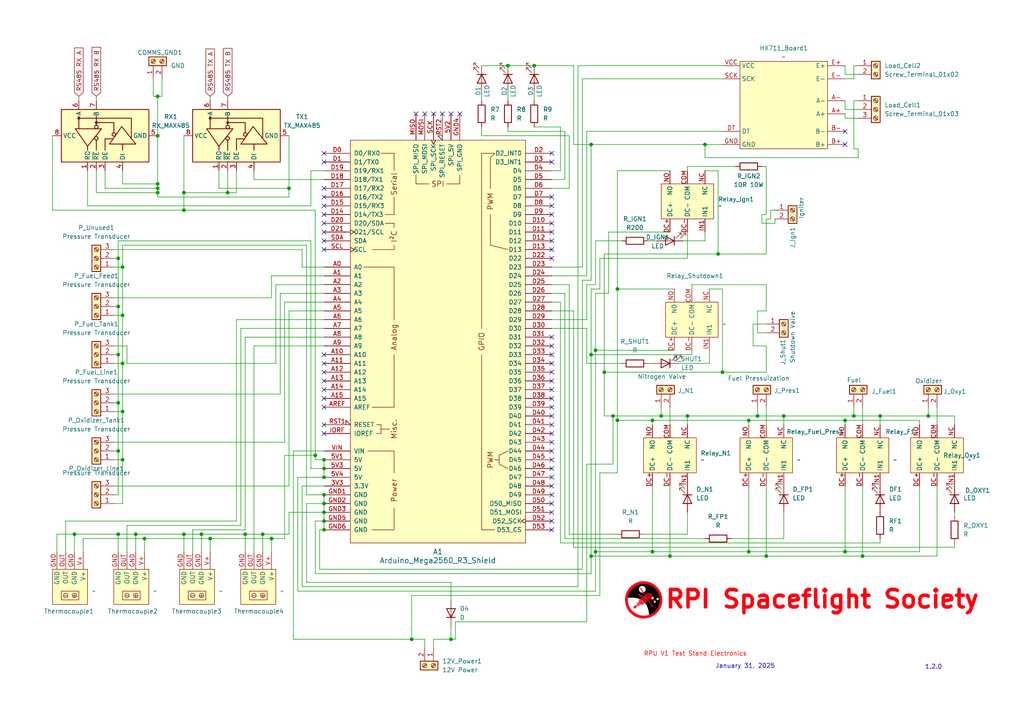
<source format=kicad_sch>
(kicad_sch (version 20231120) (generator "eeschema") (generator_version "8.0")
  (paper "A4")
  (junction (at 199.39 120.65))
  (junction (at 93.98 153.67))
  (junction (at 93.98 151.13))
  (junction (at 175.26 107.95))
  (junction (at 209.55 107.95))
  (junction (at 217.17 121.92))
  (junction (at 35.56 105.41))
  (junction (at 45.72 27.94))
  (junction (at 39.37 154.94))
  (junction (at 189.23 160.02))
  (junction (at 78.74 156.21))
  (junction (at 76.2 154.94))
  (junction (at 217.17 160.02))
  (junction (at 222.25 161.29))
  (junction (at 171.45 161.29))
  (junction (at 35.56 77.47))
  (junction (at 208.28 73.66))
  (junction (at 245.11 160.02))
  (junction (at 172.72 160.02))
  (junction (at 41.91 156.21))
  (junction (at 147.32 19.05))
  (junction (at 179.07 83.82))
  (junction (at 119.38 185.42))
  (junction (at 45.72 53.34))
  (junction (at 34.29 116.84))
  (junction (at 247.65 120.65))
  (junction (at 179.07 121.92))
  (junction (at 45.72 39.37))
  (junction (at 93.98 138.43))
  (junction (at 171.45 102.87))
  (junction (at 93.98 143.51))
  (junction (at 45.72 55.88))
  (junction (at 171.45 41.91))
  (junction (at 58.42 154.94))
  (junction (at 21.59 154.94))
  (junction (at 191.77 120.65))
  (junction (at 194.31 161.29))
  (junction (at 45.72 54.61))
  (junction (at 83.82 54.61))
  (junction (at 66.04 55.88))
  (junction (at 177.8 120.65))
  (junction (at 245.11 121.92))
  (junction (at 93.98 148.59))
  (junction (at 269.24 120.65))
  (junction (at 91.44 132.08))
  (junction (at 189.23 121.92))
  (junction (at 53.34 60.96))
  (junction (at 250.19 161.29))
  (junction (at 93.98 133.35))
  (junction (at 34.29 130.81))
  (junction (at 34.29 154.94))
  (junction (at 204.47 41.91))
  (junction (at 34.29 74.93))
  (junction (at 60.96 156.21))
  (junction (at 255.27 120.65))
  (junction (at 35.56 133.35))
  (junction (at 219.71 120.65))
  (junction (at 35.56 119.38))
  (junction (at 53.34 55.88))
  (junction (at 93.98 135.89))
  (junction (at 130.81 185.42))
  (junction (at 154.94 19.05))
  (junction (at 34.29 102.87))
  (junction (at 227.33 120.65))
  (junction (at 53.34 154.94))
  (junction (at 71.12 154.94))
  (junction (at 93.98 146.05))
  (junction (at 34.29 88.9))
  (junction (at 35.56 91.44))
  (junction (at 172.72 101.6))
  (no_connect (at 93.98 125.73))
  (no_connect (at 160.02 146.05))
  (no_connect (at 160.02 120.65))
  (no_connect (at 160.02 59.69))
  (no_connect (at 133.35 33.02))
  (no_connect (at 160.02 128.27))
  (no_connect (at 160.02 118.11))
  (no_connect (at 160.02 67.31))
  (no_connect (at 93.98 64.77))
  (no_connect (at 160.02 100.33))
  (no_connect (at 93.98 72.39))
  (no_connect (at 93.98 69.85))
  (no_connect (at 93.98 67.31))
  (no_connect (at 160.02 133.35))
  (no_connect (at 160.02 44.45))
  (no_connect (at 160.02 130.81))
  (no_connect (at 125.73 33.02))
  (no_connect (at 93.98 57.15))
  (no_connect (at 93.98 102.87))
  (no_connect (at 160.02 148.59))
  (no_connect (at 245.11 38.1))
  (no_connect (at 160.02 140.97))
  (no_connect (at 123.19 33.02))
  (no_connect (at 160.02 62.23))
  (no_connect (at 93.98 59.69))
  (no_connect (at 93.98 44.45))
  (no_connect (at 93.98 46.99))
  (no_connect (at 160.02 135.89))
  (no_connect (at 160.02 115.57))
  (no_connect (at 160.02 138.43))
  (no_connect (at 160.02 151.13))
  (no_connect (at 93.98 110.49))
  (no_connect (at 160.02 57.15))
  (no_connect (at 160.02 125.73))
  (no_connect (at 93.98 115.57))
  (no_connect (at 160.02 97.79))
  (no_connect (at 160.02 46.99))
  (no_connect (at 160.02 153.67))
  (no_connect (at 128.27 33.02))
  (no_connect (at 130.81 33.02))
  (no_connect (at 160.02 74.93))
  (no_connect (at 93.98 118.11))
  (no_connect (at 93.98 113.03))
  (no_connect (at 93.98 54.61))
  (no_connect (at 160.02 102.87))
  (no_connect (at 160.02 113.03))
  (no_connect (at 93.98 62.23))
  (no_connect (at 160.02 69.85))
  (no_connect (at 245.11 41.91))
  (no_connect (at 120.65 33.02))
  (no_connect (at 160.02 72.39))
  (no_connect (at 160.02 107.95))
  (no_connect (at 160.02 64.77))
  (no_connect (at 160.02 123.19))
  (no_connect (at 160.02 105.41))
  (no_connect (at 93.98 105.41))
  (no_connect (at 93.98 123.19))
  (no_connect (at 160.02 143.51))
  (no_connect (at 93.98 107.95))
  (no_connect (at 160.02 110.49))
  (wire (pts (xy 171.45 83.82) (xy 173.99 83.82)))
  (wire (pts (xy 71.12 154.94) (xy 76.2 154.94)))
  (wire (pts (xy 199.39 67.31) (xy 199.39 74.93)))
  (wire (pts (xy 33.02 130.81) (xy 34.29 130.81)))
  (wire (pts (xy 88.9 168.91) (xy 88.9 146.05)))
  (wire (pts (xy 82.55 87.63) (xy 93.98 87.63)))
  (wire (pts (xy 175.26 120.65) (xy 177.8 120.65)))
  (wire (pts (xy 177.8 120.65) (xy 191.77 120.65)))
  (wire (pts (xy 222.25 140.97) (xy 222.25 161.29)))
  (wire (pts (xy 73.66 160.02) (xy 73.66 100.33)))
  (wire (pts (xy 170.18 80.01) (xy 160.02 80.01)))
  (wire (pts (xy 194.31 118.11) (xy 194.31 123.19)))
  (wire (pts (xy 46.99 22.86) (xy 46.99 27.94)))
  (wire (pts (xy 163.83 38.1) (xy 163.83 52.07)))
  (wire (pts (xy 36.83 152.4) (xy 36.83 160.02)))
  (wire (pts (xy 172.72 160.02) (xy 189.23 160.02)))
  (wire (pts (xy 33.02 128.27) (xy 82.55 128.27)))
  (wire (pts (xy 16.51 154.94) (xy 16.51 160.02)))
  (wire (pts (xy 179.07 49.53) (xy 179.07 83.82)))
  (wire (pts (xy 245.11 160.02) (xy 266.7 160.02)))
  (wire (pts (xy 53.34 154.94) (xy 53.34 160.02)))
  (wire (pts (xy 34.29 69.85) (xy 34.29 74.93)))
  (wire (pts (xy 177.8 120.65) (xy 177.8 134.62)))
  (wire (pts (xy 179.07 121.92) (xy 179.07 137.16)))
  (wire (pts (xy 223.52 60.96) (xy 224.79 60.96)))
  (wire (pts (xy 71.12 153.67) (xy 71.12 97.79)))
  (wire (pts (xy 217.17 121.92) (xy 245.11 121.92)))
  (wire (pts (xy 172.72 101.6) (xy 195.58 101.6)))
  (wire (pts (xy 88.9 71.12) (xy 35.56 71.12)))
  (wire (pts (xy 171.45 83.82) (xy 171.45 102.87)))
  (wire (pts (xy 266.7 140.97) (xy 266.7 160.02)))
  (wire (pts (xy 91.44 60.96) (xy 91.44 132.08)))
  (wire (pts (xy 199.39 148.59) (xy 199.39 154.94)))
  (wire (pts (xy 88.9 71.12) (xy 88.9 143.51)))
  (wire (pts (xy 35.56 119.38) (xy 35.56 133.35)))
  (wire (pts (xy 87.63 72.39) (xy 87.63 77.47)))
  (wire (pts (xy 130.81 168.91) (xy 130.81 173.99)))
  (wire (pts (xy 176.53 67.31) (xy 194.31 67.31)))
  (wire (pts (xy 78.74 86.36) (xy 78.74 80.01)))
  (wire (pts (xy 200.66 101.6) (xy 200.66 102.87)))
  (wire (pts (xy 189.23 121.92) (xy 189.23 123.19)))
  (wire (pts (xy 245.11 31.75) (xy 248.92 31.75)))
  (wire (pts (xy 34.29 130.81) (xy 34.29 143.51)))
  (wire (pts (xy 91.44 166.37) (xy 171.45 166.37)))
  (wire (pts (xy 93.98 135.89) (xy 93.98 138.43)))
  (wire (pts (xy 92.71 153.67) (xy 93.98 153.67)))
  (wire (pts (xy 172.72 85.09) (xy 176.53 85.09)))
  (wire (pts (xy 219.71 120.65) (xy 227.33 120.65)))
  (wire (pts (xy 222.25 118.11) (xy 222.25 123.19)))
  (wire (pts (xy 204.47 67.31) (xy 204.47 69.85)))
  (wire (pts (xy 176.53 85.09) (xy 176.53 67.31)))
  (wire (pts (xy 139.7 26.67) (xy 139.7 29.21)))
  (wire (pts (xy 91.44 132.08) (xy 91.44 133.35)))
  (wire (pts (xy 33.02 74.93) (xy 34.29 74.93)))
  (wire (pts (xy 33.02 114.3) (xy 81.28 114.3)))
  (wire (pts (xy 90.17 69.85) (xy 34.29 69.85)))
  (wire (pts (xy 33.02 86.36) (xy 78.74 86.36)))
  (wire (pts (xy 19.05 151.13) (xy 19.05 160.02)))
  (wire (pts (xy 154.94 26.67) (xy 154.94 29.21)))
  (wire (pts (xy 162.56 157.48) (xy 162.56 87.63)))
  (wire (pts (xy 162.56 87.63) (xy 160.02 87.63)))
  (wire (pts (xy 227.33 120.65) (xy 247.65 120.65)))
  (wire (pts (xy 160.02 52.07) (xy 163.83 52.07)))
  (wire (pts (xy 71.12 154.94) (xy 71.12 160.02)))
  (wire (pts (xy 245.11 121.92) (xy 245.11 123.19)))
  (wire (pts (xy 82.55 132.08) (xy 91.44 132.08)))
  (wire (pts (xy 21.59 154.94) (xy 21.59 160.02)))
  (wire (pts (xy 171.45 161.29) (xy 194.31 161.29)))
  (wire (pts (xy 191.77 120.65) (xy 199.39 120.65)))
  (wire (pts (xy 276.86 158.75) (xy 166.37 158.75)))
  (wire (pts (xy 86.36 138.43) (xy 93.98 138.43)))
  (wire (pts (xy 68.58 55.88) (xy 66.04 55.88)))
  (wire (pts (xy 147.32 38.1) (xy 163.83 38.1)))
  (wire (pts (xy 34.29 74.93) (xy 34.29 88.9)))
  (wire (pts (xy 189.23 160.02) (xy 217.17 160.02)))
  (wire (pts (xy 123.19 185.42) (xy 123.19 187.96)))
  (wire (pts (xy 76.2 154.94) (xy 83.82 154.94)))
  (wire (pts (xy 168.91 77.47) (xy 160.02 77.47)))
  (wire (pts (xy 173.99 83.82) (xy 173.99 74.93)))
  (wire (pts (xy 212.09 156.21) (xy 227.33 156.21)))
  (wire (pts (xy 154.94 19.05) (xy 166.37 19.05)))
  (wire (pts (xy 53.34 60.96) (xy 91.44 60.96)))
  (wire (pts (xy 33.02 105.41) (xy 35.56 105.41)))
  (wire (pts (xy 27.94 49.53) (xy 27.94 55.88)))
  (wire (pts (xy 189.23 140.97) (xy 189.23 160.02)))
  (wire (pts (xy 247.65 120.65) (xy 255.27 120.65)))
  (wire (pts (xy 36.83 152.4) (xy 69.85 152.4)))
  (wire (pts (xy 119.38 172.72) (xy 173.99 172.72)))
  (wire (pts (xy 222.25 62.23) (xy 220.98 62.23)))
  (wire (pts (xy 119.38 185.42) (xy 123.19 185.42)))
  (wire (pts (xy 276.86 157.48) (xy 276.86 158.75)))
  (wire (pts (xy 60.96 156.21) (xy 78.74 156.21)))
  (wire (pts (xy 170.18 105.41) (xy 170.18 95.25)))
  (wire (pts (xy 45.72 27.94) (xy 44.45 27.94)))
  (wire (pts (xy 168.91 165.1) (xy 168.91 81.28)))
  (wire (pts (xy 35.56 91.44) (xy 35.56 105.41)))
  (wire (pts (xy 247.65 118.11) (xy 247.65 120.65)))
  (wire (pts (xy 35.56 71.12) (xy 35.56 77.47)))
  (wire (pts (xy 199.39 120.65) (xy 199.39 123.19)))
  (wire (pts (xy 223.52 63.5) (xy 223.52 60.96)))
  (wire (pts (xy 34.29 102.87) (xy 34.29 116.84)))
  (wire (pts (xy 189.23 105.41) (xy 187.96 105.41)))
  (wire (pts (xy 165.1 82.55) (xy 160.02 82.55)))
  (wire (pts (xy 19.05 151.13) (xy 68.58 151.13)))
  (wire (pts (xy 130.81 185.42) (xy 125.73 185.42)))
  (wire (pts (xy 147.32 26.67) (xy 147.32 29.21)))
  (wire (pts (xy 208.28 73.66) (xy 222.25 73.66)))
  (wire (pts (xy 86.36 171.45) (xy 86.36 138.43)))
  (wire (pts (xy 171.45 81.28) (xy 171.45 41.91)))
  (wire (pts (xy 55.88 153.67) (xy 55.88 160.02)))
  (wire (pts (xy 22.86 27.94) (xy 22.86 29.21)))
  (wire (pts (xy 166.37 41.91) (xy 171.45 41.91)))
  (wire (pts (xy 204.47 41.91) (xy 209.55 41.91)))
  (wire (pts (xy 170.18 82.55) (xy 170.18 92.71)))
  (wire (pts (xy 87.63 77.47) (xy 93.98 77.47)))
  (wire (pts (xy 172.72 82.55) (xy 170.18 82.55)))
  (wire (pts (xy 119.38 185.42) (xy 119.38 172.72)))
  (wire (pts (xy 179.07 83.82) (xy 179.07 121.92)))
  (wire (pts (xy 63.5 54.61) (xy 83.82 54.61)))
  (wire (pts (xy 81.28 114.3) (xy 81.28 85.09)))
  (wire (pts (xy 16.51 154.94) (xy 21.59 154.94)))
  (wire (pts (xy 36.83 100.33) (xy 36.83 105.41)))
  (wire (pts (xy 219.71 118.11) (xy 219.71 120.65)))
  (wire (pts (xy 248.92 45.72) (xy 204.47 45.72)))
  (wire (pts (xy 204.47 45.72) (xy 204.47 41.91)))
  (wire (pts (xy 39.37 154.94) (xy 53.34 154.94)))
  (wire (pts (xy 166.37 90.17) (xy 160.02 90.17)))
  (wire (pts (xy 132.08 180.34) (xy 170.18 180.34)))
  (wire (pts (xy 85.09 185.42) (xy 85.09 130.81)))
  (wire (pts (xy 245.11 140.97) (xy 245.11 160.02)))
  (wire (pts (xy 33.02 140.97) (xy 83.82 140.97)))
  (wire (pts (xy 266.7 121.92) (xy 266.7 123.19)))
  (wire (pts (xy 200.66 82.55) (xy 200.66 83.82)))
  (wire (pts (xy 93.98 133.35) (xy 93.98 135.89)))
  (wire (pts (xy 60.96 156.21) (xy 60.96 160.02)))
  (wire (pts (xy 85.09 185.42) (xy 119.38 185.42)))
  (wire (pts (xy 45.72 53.34) (xy 45.72 54.61)))
  (wire (pts (xy 222.25 90.17) (xy 219.71 90.17)))
  (wire (pts (xy 191.77 118.11) (xy 191.77 120.65)))
  (wire (pts (xy 78.74 80.01) (xy 93.98 80.01)))
  (wire (pts (xy 87.63 170.18) (xy 87.63 140.97)))
  (wire (pts (xy 25.4 49.53) (xy 25.4 59.69)))
  (wire (pts (xy 180.34 69.85) (xy 172.72 69.85)))
  (wire (pts (xy 45.72 27.94) (xy 45.72 39.37)))
  (wire (pts (xy 222.25 63.5) (xy 223.52 63.5)))
  (wire (pts (xy 189.23 121.92) (xy 217.17 121.92)))
  (wire (pts (xy 199.39 48.26) (xy 213.36 48.26)))
  (wire (pts (xy 173.99 172.72) (xy 173.99 137.16)))
  (wire (pts (xy 208.28 49.53) (xy 208.28 73.66)))
  (wire (pts (xy 87.63 140.97) (xy 93.98 140.97)))
  (wire (pts (xy 69.85 95.25) (xy 93.98 95.25)))
  (wire (pts (xy 172.72 171.45) (xy 86.36 171.45)))
  (wire (pts (xy 88.9 146.05) (xy 93.98 146.05)))
  (wire (pts (xy 200.66 102.87) (xy 171.45 102.87)))
  (wire (pts (xy 78.74 156.21) (xy 82.55 156.21)))
  (wire (pts (xy 73.66 100.33) (xy 93.98 100.33)))
  (wire (pts (xy 93.98 143.51) (xy 93.98 146.05)))
  (wire (pts (xy 92.71 165.1) (xy 168.91 165.1)))
  (wire (pts (xy 269.24 118.11) (xy 269.24 120.65)))
  (wire (pts (xy 68.58 151.13) (xy 68.58 92.71)))
  (wire (pts (xy 172.72 69.85) (xy 172.72 82.55)))
  (wire (pts (xy 82.55 156.21) (xy 82.55 132.08)))
  (wire (pts (xy 209.55 107.95) (xy 175.26 107.95)))
  (wire (pts (xy 41.91 156.21) (xy 60.96 156.21)))
  (wire (pts (xy 66.04 27.94) (xy 66.04 29.21)))
  (wire (pts (xy 35.56 77.47) (xy 35.56 91.44)))
  (wire (pts (xy 163.83 156.21) (xy 163.83 85.09)))
  (wire (pts (xy 33.02 91.44) (xy 35.56 91.44)))
  (wire (pts (xy 162.56 36.83) (xy 162.56 49.53)))
  (wire (pts (xy 53.34 39.37) (xy 53.34 55.88)))
  (wire (pts (xy 245.11 121.92) (xy 266.7 121.92)))
  (wire (pts (xy 69.85 152.4) (xy 69.85 95.25)))
  (wire (pts (xy 80.01 82.55) (xy 93.98 82.55)))
  (wire (pts (xy 218.44 100.33) (xy 218.44 93.98)))
  (wire (pts (xy 205.74 105.41) (xy 196.85 105.41)))
  (wire (pts (xy 199.39 154.94) (xy 186.69 154.94)))
  (wire (pts (xy 90.17 49.53) (xy 90.17 59.69)))
  (wire (pts (xy 92.71 165.1) (xy 92.71 153.67)))
  (wire (pts (xy 25.4 59.69) (xy 90.17 59.69)))
  (wire (pts (xy 222.25 107.95) (xy 209.55 107.95)))
  (wire (pts (xy 227.33 120.65) (xy 227.33 123.19)))
  (wire (pts (xy 208.28 73.66) (xy 175.26 73.66)))
  (wire (pts (xy 247.65 22.86) (xy 247.65 19.05)))
  (wire (pts (xy 170.18 134.62) (xy 170.18 180.34)))
  (wire (pts (xy 219.71 96.52) (xy 222.25 96.52)))
  (wire (pts (xy 34.29 154.94) (xy 39.37 154.94)))
  (wire (pts (xy 166.37 19.05) (xy 166.37 41.91)))
  (wire (pts (xy 45.72 54.61) (xy 45.72 55.88)))
  (wire (pts (xy 190.5 69.85) (xy 187.96 69.85)))
  (wire (pts (xy 91.44 133.35) (xy 93.98 133.35)))
  (wire (pts (xy 160.02 54.61) (xy 165.1 54.61)))
  (wire (pts (xy 55.88 153.67) (xy 71.12 153.67)))
  (wire (pts (xy 45.72 55.88) (xy 45.72 57.15)))
  (wire (pts (xy 147.32 38.1) (xy 147.32 36.83)))
  (wire (pts (xy 162.56 36.83) (xy 154.94 36.83)))
  (wire (pts (xy 90.17 135.89) (xy 93.98 135.89)))
  (wire (pts (xy 63.5 49.53) (xy 63.5 54.61)))
  (wire (pts (xy 132.08 180.34) (xy 132.08 185.42)))
  (wire (pts (xy 83.82 154.94) (xy 83.82 148.59)))
  (wire (pts (xy 73.66 49.53) (xy 73.66 52.07)))
  (wire (pts (xy 45.72 39.37) (xy 45.72 53.34)))
  (wire (pts (xy 90.17 69.85) (xy 90.17 135.89)))
  (wire (pts (xy 220.98 62.23) (xy 220.98 64.77)))
  (wire (pts (xy 168.91 81.28) (xy 171.45 81.28)))
  (wire (pts (xy 15.24 60.96) (xy 53.34 60.96)))
  (wire (pts (xy 93.98 146.05) (xy 93.98 148.59)))
  (wire (pts (xy 217.17 160.02) (xy 245.11 160.02)))
  (wire (pts (xy 209.55 38.1) (xy 170.18 38.1)))
  (wire (pts (xy 30.48 49.53) (xy 30.48 54.61)))
  (wire (pts (xy 248.92 43.18) (xy 247.65 43.18)))
  (wire (pts (xy 82.55 87.63) (xy 82.55 128.27)))
  (wire (pts (xy 172.72 101.6) (xy 172.72 160.02)))
  (wire (pts (xy 217.17 121.92) (xy 217.17 123.19)))
  (wire (pts (xy 27.94 55.88) (xy 45.72 55.88)))
  (wire (pts (xy 30.48 54.61) (xy 45.72 54.61)))
  (wire (pts (xy 33.02 72.39) (xy 87.63 72.39)))
  (wire (pts (xy 41.91 156.21) (xy 41.91 160.02)))
  (wire (pts (xy 139.7 39.37) (xy 139.7 36.83)))
  (wire (pts (xy 276.86 120.65) (xy 269.24 120.65)))
  (wire (pts (xy 132.08 185.42) (xy 130.81 185.42)))
  (wire (pts (xy 165.1 154.94) (xy 165.1 82.55)))
  (wire (pts (xy 53.34 55.88) (xy 53.34 60.96)))
  (wire (pts (xy 33.02 116.84) (xy 34.29 116.84)))
  (wire (pts (xy 247.65 43.18) (xy 247.65 29.21)))
  (wire (pts (xy 88.9 168.91) (xy 130.81 168.91)))
  (wire (pts (xy 58.42 154.94) (xy 58.42 160.02)))
  (wire (pts (xy 205.74 101.6) (xy 205.74 105.41)))
  (wire (pts (xy 91.44 151.13) (xy 93.98 151.13)))
  (wire (pts (xy 179.07 83.82) (xy 195.58 83.82)))
  (wire (pts (xy 76.2 154.94) (xy 76.2 160.02)))
  (wire (pts (xy 250.19 161.29) (xy 271.78 161.29)))
  (wire (pts (xy 204.47 69.85) (xy 198.12 69.85)))
  (wire (pts (xy 33.02 102.87) (xy 34.29 102.87)))
  (wire (pts (xy 93.98 148.59) (xy 93.98 151.13)))
  (wire (pts (xy 53.34 154.94) (xy 58.42 154.94)))
  (wire (pts (xy 163.83 156.21) (xy 204.47 156.21)))
  (wire (pts (xy 208.28 49.53) (xy 204.47 49.53)))
  (wire (pts (xy 33.02 88.9) (xy 34.29 88.9)))
  (wire (pts (xy 199.39 120.65) (xy 219.71 120.65)))
  (wire (pts (xy 167.64 170.18) (xy 167.64 19.05)))
  (wire (pts (xy 33.02 119.38) (xy 35.56 119.38)))
  (wire (pts (xy 125.73 185.42) (xy 125.73 187.96)))
  (wire (pts (xy 250.19 118.11) (xy 250.19 123.19)))
  (wire (pts (xy 172.72 171.45) (xy 172.72 160.02)))
  (wire (pts (xy 87.63 170.18) (xy 167.64 170.18)))
  (wire (pts (xy 35.56 49.53) (xy 35.56 53.34)))
  (wire (pts (xy 66.04 49.53) (xy 66.04 55.88)))
  (wire (pts (xy 175.26 107.95) (xy 175.26 120.65)))
  (wire (pts (xy 83.82 90.17) (xy 93.98 90.17)))
  (wire (pts (xy 35.56 53.34) (xy 45.72 53.34)))
  (wire (pts (xy 245.11 33.02) (xy 245.11 34.29)))
  (wire (pts (xy 34.29 88.9) (xy 34.29 102.87)))
  (wire (pts (xy 222.25 48.26) (xy 222.25 62.23)))
  (wire (pts (xy 179.07 49.53) (xy 194.31 49.53)))
  (wire (pts (xy 271.78 140.97) (xy 271.78 161.29)))
  (wire (pts (xy 78.74 156.21) (xy 78.74 160.02)))
  (wire (pts (xy 35.56 105.41) (xy 35.56 119.38)))
  (wire (pts (xy 167.64 19.05) (xy 209.55 19.05)))
  (wire (pts (xy 222.25 107.95) (xy 222.25 100.33)))
  (wire (pts (xy 255.27 120.65) (xy 255.27 123.19)))
  (wire (pts (xy 90.17 49.53) (xy 93.98 49.53)))
  (wire (pts (xy 209.55 83.82) (xy 209.55 107.95)))
  (wire (pts (xy 255.27 157.48) (xy 162.56 157.48)))
  (wire (pts (xy 21.59 154.94) (xy 34.29 154.94)))
  (wire (pts (xy 139.7 19.05) (xy 147.32 19.05)))
  (wire (pts (xy 220.98 64.77) (xy 224.79 64.77)))
  (wire (pts (xy 27.94 27.94) (xy 27.94 29.21)))
  (wire (pts (xy 180.34 105.41) (xy 170.18 105.41)))
  (wire (pts (xy 80.01 105.41) (xy 80.01 82.55)))
  (wire (pts (xy 245.11 34.29) (xy 248.92 34.29)))
  (wire (pts (xy 247.65 29.21) (xy 248.92 29.21)))
  (wire (pts (xy 81.28 85.09) (xy 93.98 85.09)))
  (wire (pts (xy 179.07 154.94) (xy 165.1 154.94)))
  (wire (pts (xy 222.25 161.29) (xy 250.19 161.29)))
  (wire (pts (xy 33.02 77.47) (xy 35.56 77.47)))
  (wire (pts (xy 83.82 57.15) (xy 45.72 57.15)))
  (wire (pts (xy 160.02 49.53) (xy 162.56 49.53)))
  (wire (pts (xy 73.66 52.07) (xy 93.98 52.07)))
  (wire (pts (xy 68.58 49.53) (xy 68.58 55.88)))
  (wire (pts (xy 71.12 97.79) (xy 93.98 97.79)))
  (wire (pts (xy 219.71 90.17) (xy 219.71 96.52)))
  (wire (pts (xy 83.82 54.61) (xy 83.82 57.15)))
  (wire (pts (xy 68.58 92.71) (xy 93.98 92.71)))
  (wire (pts (xy 24.13 156.21) (xy 24.13 160.02)))
  (wire (pts (xy 39.37 154.94) (xy 39.37 160.02)))
  (wire (pts (xy 255.27 120.65) (xy 269.24 120.65)))
  (wire (pts (xy 276.86 149.86) (xy 276.86 148.59)))
  (wire (pts (xy 130.81 181.61) (xy 130.81 185.42)))
  (wire (pts (xy 218.44 93.98) (xy 222.25 93.98)))
  (wire (pts (xy 83.82 148.59) (xy 93.98 148.59)))
  (wire (pts (xy 222.25 100.33) (xy 218.44 100.33)))
  (wire (pts (xy 194.31 161.29) (xy 222.25 161.29)))
  (wire (pts (xy 222.25 82.55) (xy 222.25 90.17)))
  (wire (pts (xy 194.31 140.97) (xy 194.31 161.29)))
  (wire (pts (xy 173.99 74.93) (xy 199.39 74.93)))
  (wire (pts (xy 66.04 55.88) (xy 53.34 55.88)))
  (wire (pts (xy 147.32 19.05) (xy 154.94 19.05)))
  (wire (pts (xy 33.02 100.33) (xy 36.83 100.33)))
  (wire (pts (xy 245.11 29.21) (xy 245.11 31.75)))
  (wire (pts (xy 88.9 143.51) (xy 93.98 143.51)))
  (wire (pts (xy 224.79 64.77) (xy 224.79 63.5)))
  (wire (pts (xy 171.45 166.37) (xy 171.45 161.29)))
  (wire (pts (xy 163.83 85.09) (xy 160.02 85.09)))
  (wire (pts (xy 220.98 48.26) (xy 222.25 48.26)))
  (wire (pts (xy 34.29 143.51) (xy 33.02 143.51)))
  (wire (pts (xy 15.24 39.37) (xy 15.24 60.96)))
  (wire (pts (xy 83.82 39.37) (xy 83.82 54.61)))
  (wire (pts (xy 170.18 95.25) (xy 160.02 95.25)))
  (wire (pts (xy 276.86 123.19) (xy 276.86 120.65)))
  (wire (pts (xy 91.44 151.13) (xy 91.44 166.37)))
  (wire (pts (xy 171.45 41.91) (xy 204.47 41.91)))
  (wire (pts (xy 24.13 156.21) (xy 41.91 156.21)))
  (wire (pts (xy 245.11 22.86) (xy 247.65 22.86)))
  (wire (pts (xy 245.11 19.05) (xy 245.11 21.59)))
  (wire (pts (xy 172.72 85.09) (xy 172.72 101.6)))
  (wire (pts (xy 168.91 22.86) (xy 209.55 22.86)))
  (wire (pts (xy 271.78 118.11) (xy 271.78 123.19)))
  (wire (pts (xy 139.7 39.37) (xy 165.1 39.37)))
  (wire (pts (xy 46.99 27.94) (xy 45.72 27.94)))
  (wire (pts (xy 166.37 90.17) (xy 166.37 158.75)))
  (wire (pts (xy 209.55 83.82) (xy 205.74 83.82)))
  (wire (pts (xy 85.09 130.81) (xy 93.98 130.81)))
  (wire (pts (xy 199.39 48.26) (xy 199.39 49.53)))
  (wire (pts (xy 248.92 45.72) (xy 248.92 43.18)))
  (wire (pts (xy 44.45 27.94) (xy 44.45 22.86)))
  (wire (pts (xy 60.96 27.94) (xy 60.96 29.21)))
  (wire (pts (xy 93.98 151.13) (xy 93.98 153.67)))
  (wire (pts (xy 33.02 133.35) (xy 35.56 133.35)))
  (wire (pts (xy 34.29 116.84) (xy 34.29 130.81)))
  (wire (pts (xy 36.83 105.41) (xy 80.01 105.41)))
  (wire (pts (xy 58.42 154.94) (xy 71.12 154.94)))
  (wire (pts (xy 247.65 19.05) (xy 248.92 19.05)))
  (wire (pts (xy 175.26 73.66) (xy 175.26 107.95)))
  (wire (pts (xy 222.25 82.55) (xy 200.66 82.55)))
  (wire (pts (xy 170.18 92.71) (xy 160.02 92.71)))
  (wire (pts (xy 165.1 39.37) (xy 165.1 54.61)))
  (wire (pts (xy 179.07 121.92) (xy 189.23 121.92)))
  (wire (pts (xy 35.56 146.05) (xy 33.02 146.05)))
  (wire (pts (xy 222.25 63.5) (xy 222.25 73.66)))
  (wire (pts (xy 168.91 22.86) (xy 168.91 77.47)))
  (wire (pts (xy 83.82 140.97) (xy 83.82 90.17)))
  (wire (pts (xy 173.99 137.16) (xy 179.07 137.16)))
  (wire (pts (xy 217.17 140.97) (xy 217.17 160.02)))
  (wire (pts (xy 171.45 102.87) (xy 171.45 161.29)))
  (wire (pts (xy 35.56 133.35) (xy 35.56 146.05)))
  (wire (pts (xy 170.18 38.1) (xy 170.18 80.01)))
  (wire (pts (xy 34.29 154.94) (xy 34.29 160.02)))
  (wire (pts (xy 245.11 21.59) (xy 248.92 21.59)))
  (wire (pts (xy 227.33 148.59) (xy 227.33 156.21)))
  (wire (pts (xy 177.8 134.62) (xy 170.18 134.62)))
  (wire (pts (xy 255.27 156.21) (xy 255.27 157.48)))
  (wire (pts (xy 250.19 140.97) (xy 250.19 161.29)))
  (image (at 186.69 173.99) (scale 0.132736))
  (text "RPU V1 Test Stand Electronics" (exclude_from_sim yes) (at 201.676 189.738 0) (effects (font (size 1.27 1.27))))
  (text "RPI Spaceflight Society" (at 238.506 173.99 0) (effects (font (size 5.08 5.08) (thickness 1.016) (bold yes))))
  (text "January 31, 2025" (at 216.154 193.294 0) (effects (font (size 1.27 1.27))))
  (text "1.2.0" (at 270.764 193.548 0) (effects (font (size 1.27 1.27))))
  (global_label "RS485 TX A" (shape input) (at 60.96 27.94 90) (property "Intersheetrefs" "${INTERSHEET_REFS}" (effects (hide yes))))
  (global_label "RS485 TX B" (shape input) (at 66.04 27.94 90) (property "Intersheetrefs" "${INTERSHEET_REFS}" (effects (hide yes))))
  (global_label "RS485 RX A" (shape input) (at 22.86 27.94 90) (property "Intersheetrefs" "${INTERSHEET_REFS}" (effects (hide yes))))
  (global_label "RS485 RX B" (shape input) (at 27.94 27.94 90) (property "Intersheetrefs" "${INTERSHEET_REFS}" (effects (hide yes))))
  (symbol (lib_id "Connector:Screw_Terminal_01x02") (at 191.77 113.03 90) (unit 1)
    (property "Reference" "J_N1" (at 196.596 113.284 90) (effects (justify right)))
    (property "Value" "Nitrogen Valve" (at 184.912 109.22 90) (effects (justify right)))
    (property "Footprint" "TerminalBlock:TerminalBlock_bornier-2_P5.08mm" (effects (hide yes)))
    (property "Description" "Generic screw terminal, single row, 01x02, script generated (kicad-library-utils/schlib/autogen/connector/)" (effects (hide yes)))
  )
  (symbol (lib_id "Connector:Screw_Terminal_01x03") (at 27.94 143.51 180) (unit 1)
    (property "Reference" "P_Oxidizer_Line1" (at 27.94 135.89 0))
    (property "Value" "Pressure Transducer" (at 27.94 137.16 0))
    (property "Footprint" "TerminalBlock:TerminalBlock_bornier-3_P5.08mm" (effects (hide yes)))
    (property "Description" "Generic screw terminal, single row, 01x03, script generated (kicad-library-utils/schlib/autogen/connector/)" (effects (hide yes)))
  )
  (symbol (lib_id "5VRelay:5V_Relay") (at 271.78 132.08 0) (unit 1)
    (property "Reference" "Relay_Oxy1" (at 273.558 132.08 0) (effects (justify left)))
    (property "Value" "~" (at 280.67 133.35 0) (effects (justify left)))
    (property "Footprint" "ValveControl:Relay" (effects (hide yes)))
  )
  (symbol (lib_id "Connector:Screw_Terminal_01x03") (at 27.94 116.84 180) (unit 1)
    (property "Reference" "P_Fuel_Line1" (at 27.94 107.95 0))
    (property "Value" "Pressure Transducer" (at 27.94 110.49 0))
    (property "Footprint" "TerminalBlock:TerminalBlock_bornier-3_P5.08mm" (effects (hide yes)))
    (property "Description" "Generic screw terminal, single row, 01x03, script generated (kicad-library-utils/schlib/autogen/connector/)" (effects (hide yes)))
  )
  (symbol (lib_id "Device:R") (at 184.15 69.85 90) (unit 1)
    (property "Reference" "R_IGN1" (at 184.15 63.5 90))
    (property "Value" "R200" (at 184.15 66.04 90))
    (property "Footprint" "Resistor_THT:R_Axial_DIN0207_L6.3mm_D2.5mm_P7.62mm_Horizontal" (effects (hide yes)))
    (property "Description" "Resistor" (effects (hide yes)))
  )
  (symbol (lib_id "5VRelay:5V_Relay") (at 194.31 132.08 0) (unit 1)
    (property "Reference" "Relay_N1" (at 203.2 131.4449 0) (effects (justify left)))
    (property "Value" "~" (at 203.2 133.35 0) (effects (justify left)))
    (property "Footprint" "ValveControl:Relay" (effects (hide yes)))
  )
  (symbol (lib_id "Device:R") (at 255.27 152.4 0) (unit 1)
    (property "Reference" "RF1" (at 257.81 151.1299 0) (effects (justify left)))
    (property "Value" "R" (at 257.81 153.6699 0) (effects (justify left)))
    (property "Footprint" "Resistor_THT:R_Axial_DIN0207_L6.3mm_D2.5mm_P7.62mm_Horizontal" (effects (hide yes)))
    (property "Description" "Resistor" (effects (hide yes)))
  )
  (symbol (lib_id "Connector:Screw_Terminal_01x02") (at 44.45 17.78 90) (unit 1)
    (property "Reference" "COMMS_GND1" (at 39.878 15.24 90) (effects (justify right)))
    (property "Value" "GND" (at 49.53 19.0499 90) (effects (justify right)))
    (property "Footprint" "TerminalBlock:TerminalBlock_bornier-2_P5.08mm" (effects (hide yes)))
    (property "Description" "Generic screw terminal, single row, 01x02, script generated (kicad-library-utils/schlib/autogen/connector/)" (effects (hide yes)))
  )
  (symbol (lib_id "Connector:Screw_Terminal_01x03") (at 27.94 102.87 180) (unit 1)
    (property "Reference" "P_Fuel_Tank1" (at 27.94 93.98 0))
    (property "Value" "Pressure Transducer" (at 27.94 96.52 0))
    (property "Footprint" "TerminalBlock:TerminalBlock_bornier-3_P5.08mm" (effects (hide yes)))
    (property "Description" "Generic screw terminal, single row, 01x03, script generated (kicad-library-utils/schlib/autogen/connector/)" (effects (hide yes)))
  )
  (symbol (lib_id "Device:LED") (at 227.33 144.78 270) (unit 1)
    (property "Reference" "D_FP1" (at 229.87 141.9224 90) (effects (justify left)))
    (property "Value" "LED" (at 229.87 144.4624 90) (effects (justify left)))
    (property "Footprint" "LED_THT:LED_D5.0mm" (effects (hide yes)))
    (property "Description" "Light emitting diode" (effects (hide yes)))
  )
  (symbol (lib_id "Device:R") (at 184.15 105.41 90) (unit 1)
    (property "Reference" "R_SHUT1" (at 184.15 99.06 90))
    (property "Value" "R" (at 184.15 101.6 90))
    (property "Footprint" "Resistor_THT:R_Axial_DIN0207_L6.3mm_D2.5mm_P7.62mm_Horizontal" (effects (hide yes)))
    (property "Description" "Resistor" (effects (hide yes)))
  )
  (symbol (lib_id "Device:LED") (at 193.04 105.41 180) (unit 1)
    (property "Reference" "D_SHUT1" (at 199.39 104.14 0))
    (property "Value" "LED" (at 199.39 106.68 0))
    (property "Footprint" "LED_THT:LED_D5.0mm" (effects (hide yes)))
    (property "Description" "Light emitting diode" (effects (hide yes)))
  )
  (symbol (lib_id "Device:LED") (at 139.7 22.86 270) (unit 1)
    (property "Reference" "D1" (at 138.684 26.416 0))
    (property "Value" "LED" (at 141.224 26.416 0))
    (property "Footprint" "LED_THT:LED_D5.0mm" (effects (hide yes)))
    (property "Description" "Light emitting diode" (effects (hide yes)))
  )
  (symbol (lib_id "5VRelay:5V_Relay") (at 200.66 92.71 0) (unit 1)
    (property "Reference" "Relay_Shutdown1" (at 193.294 80.01 0) (effects (justify left)))
    (property "Value" "~" (at 209.55 93.98 0) (effects (justify left)))
    (property "Footprint" "ValveControl:Relay" (effects (hide yes)))
  )
  (symbol (lib_id "Sensors:AD8495_PCB") (at 57.15 168.91 180) (unit 1)
    (property "Reference" "Thermocouple3" (at 49.784 177.292 0) (effects (justify right)))
    (property "Value" "~" (at 63.5 171.45 0) (effects (justify right)))
    (property "Footprint" "Sensors:AD8495" (effects (hide yes)))
  )
  (symbol (lib_id "Device:LED") (at 199.39 144.78 270) (unit 1)
    (property "Reference" "D_N1" (at 201.93 141.9224 90) (effects (justify left)))
    (property "Value" "LED" (at 201.93 144.4624 90) (effects (justify left)))
    (property "Footprint" "LED_THT:LED_D5.0mm" (effects (hide yes)))
    (property "Description" "Light emitting diode" (effects (hide yes)))
  )
  (symbol (lib_id "Connector:Screw_Terminal_01x02") (at 219.71 113.03 90) (unit 1)
    (property "Reference" "J_Pres1" (at 224.536 113.284 90) (effects (justify right)))
    (property "Value" "Fuel Pressuization" (at 211.074 109.728 90) (effects (justify right)))
    (property "Footprint" "TerminalBlock:TerminalBlock_bornier-2_P5.08mm" (effects (hide yes)))
    (property "Description" "Generic screw terminal, single row, 01x02, script generated (kicad-library-utils/schlib/autogen/connector/)" (effects (hide yes)))
  )
  (symbol (lib_id "Sensors:AD8495_PCB") (at 74.93 168.91 180) (unit 1)
    (property "Reference" "Thermocouple4" (at 67.818 177.292 0) (effects (justify right)))
    (property "Value" "~" (at 81.28 171.45 0) (effects (justify right)))
    (property "Footprint" "Sensors:AD8495" (effects (hide yes)))
  )
  (symbol (lib_id "Device:LED") (at 147.32 22.86 270) (unit 1)
    (property "Reference" "D2" (at 146.304 26.416 0))
    (property "Value" "LED" (at 148.844 26.416 0))
    (property "Footprint" "LED_THT:LED_D5.0mm" (effects (hide yes)))
    (property "Description" "Light emitting diode" (effects (hide yes)))
  )
  (symbol (lib_id "5VRelay:5V_Relay") (at 199.39 58.42 0) (unit 1)
    (property "Reference" "Relay_Ign1" (at 208.28 57.7849 0) (effects (justify left)))
    (property "Value" "~" (at 208.28 59.69 0) (effects (justify left)))
    (property "Footprint" "ValveControl:Relay" (effects (hide yes)))
  )
  (symbol (lib_id "Connector:Screw_Terminal_01x03") (at 27.94 88.9 180) (unit 1)
    (property "Reference" "P_Fuel_Feed1" (at 27.94 80.01 0))
    (property "Value" "Pressure Transducer" (at 27.94 82.55 0))
    (property "Footprint" "TerminalBlock:TerminalBlock_bornier-3_P5.08mm" (effects (hide yes)))
    (property "Description" "Generic screw terminal, single row, 01x03, script generated (kicad-library-utils/schlib/autogen/connector/)" (effects (hide yes)))
  )
  (symbol (lib_id "Connector:Screw_Terminal_01x02") (at 227.33 93.98 0) (unit 1)
    (property "Reference" "J_Shut1" (at 227.076 98.298 90) (effects (justify right)))
    (property "Value" "Shutdown Valve" (at 229.87 90.17 90) (effects (justify right)))
    (property "Footprint" "TerminalBlock:TerminalBlock_bornier-2_P5.08mm" (effects (hide yes)))
    (property "Description" "Generic screw terminal, single row, 01x02, script generated (kicad-library-utils/schlib/autogen/connector/)" (effects (hide yes)))
  )
  (symbol (lib_id "Device:R") (at 154.94 33.02 180) (unit 1)
    (property "Reference" "R9" (at 157.48 31.7499 0) (effects (justify right)))
    (property "Value" "R" (at 157.48 34.2899 0) (effects (justify right)))
    (property "Footprint" "Resistor_THT:R_Axial_DIN0207_L6.3mm_D2.5mm_P7.62mm_Horizontal" (effects (hide yes)))
    (property "Description" "Resistor" (effects (hide yes)))
  )
  (symbol (lib_id "Connector:Screw_Terminal_01x02") (at 254 19.05 0) (unit 1)
    (property "Reference" "Load_Cell2" (at 256.54 19.0499 0) (effects (justify left)))
    (property "Value" "Screw_Terminal_01x02" (at 256.54 21.5899 0) (effects (justify left)))
    (property "Footprint" "TerminalBlock:TerminalBlock_bornier-2_P5.08mm" (effects (hide yes)))
    (property "Description" "Generic screw terminal, single row, 01x02, script generated (kicad-library-utils/schlib/autogen/connector/)" (effects (hide yes)))
  )
  (symbol (lib_id "Device:LED") (at 154.94 22.86 270) (unit 1)
    (property "Reference" "D3" (at 153.924 26.416 0))
    (property "Value" "LED" (at 156.464 26.416 0))
    (property "Footprint" "LED_THT:LED_D5.0mm" (effects (hide yes)))
    (property "Description" "Light emitting diode" (effects (hide yes)))
  )
  (symbol (lib_name "Screw_Terminal_01x02_1") (lib_id "Connector:Screw_Terminal_01x02") (at 125.73 193.04 270) (unit 1)
    (property "Reference" "12V_Power1" (at 128.27 191.7699 90) (effects (justify left)))
    (property "Value" "12V Power" (at 128.27 194.3099 90) (effects (justify left)))
    (property "Footprint" "TerminalBlock:TerminalBlock_bornier-2_P5.08mm" (effects (hide yes)))
    (property "Description" "Generic screw terminal, single row, 01x02, script generated (kicad-library-utils/schlib/autogen/connector/)" (effects (hide yes)))
  )
  (symbol (lib_id "5VRelay:5V_Relay") (at 222.25 132.08 0) (unit 1)
    (property "Reference" "Relay_Fuel_Pres1" (at 228.092 125.222 0) (effects (justify left)))
    (property "Value" "~" (at 231.14 133.35 0) (effects (justify left)))
    (property "Footprint" "ValveControl:Relay" (effects (hide yes)))
  )
  (symbol (lib_id "5VRelay:5V_Relay") (at 250.19 132.08 0) (unit 1)
    (property "Reference" "Relay_F1" (at 256.794 125.222 0) (effects (justify left)))
    (property "Value" "~" (at 259.08 133.35 0) (effects (justify left)))
    (property "Footprint" "ValveControl:Relay" (effects (hide yes)))
  )
  (symbol (lib_id "arduino-library:Arduino_Mega2560_R3_Shield") (at 127 99.06 0) (unit 1)
    (property "Reference" "A1" (at 127 160.02 0) (effects (font (size 1.524 1.524))))
    (property "Value" "Arduino_Mega2560_R3_Shield" (at 127 162.56 0) (effects (font (size 1.524 1.524))))
    (property "Footprint" "Arduino:Arduino_Mega2560_R3_Shield" (effects (hide yes)))
    (property "Datasheet" "https://docs.arduino.cc/hardware/mega-2560" (effects (hide yes)))
    (property "Description" "Shield for Arduino Mega 2560 R3" (effects (hide yes)))
  )
  (symbol (lib_id "Connector:Screw_Terminal_01x03") (at 27.94 74.93 180) (unit 1)
    (property "Reference" "P_Unused1" (at 27.94 66.04 0))
    (property "Value" "Pressure Transducer" (at 27.94 68.58 0))
    (property "Footprint" "TerminalBlock:TerminalBlock_bornier-3_P5.08mm" (effects (hide yes)))
    (property "Description" "Generic screw terminal, single row, 01x03, script generated (kicad-library-utils/schlib/autogen/connector/)" (effects (hide yes)))
  )
  (symbol (lib_id "Sensors:AD8495_PCB") (at 38.1 168.91 180) (unit 1)
    (property "Reference" "Thermocouple2" (at 31.242 177.292 0) (effects (justify right)))
    (property "Value" "~" (at 44.45 171.45 0) (effects (justify right)))
    (property "Footprint" "Sensors:AD8495" (effects (hide yes)))
  )
  (symbol (lib_id "Device:R") (at 208.28 156.21 90) (unit 1)
    (property "Reference" "R_FP1" (at 208.28 149.86 90))
    (property "Value" "R" (at 208.28 152.4 90))
    (property "Footprint" "Resistor_THT:R_Axial_DIN0207_L6.3mm_D2.5mm_P7.62mm_Horizontal" (effects (hide yes)))
    (property "Description" "Resistor" (effects (hide yes)))
  )
  (symbol (lib_id "Device:R") (at 147.32 33.02 180) (unit 1)
    (property "Reference" "R8" (at 149.86 31.7499 0) (effects (justify right)))
    (property "Value" "R" (at 149.86 34.2899 0) (effects (justify right)))
    (property "Footprint" "Resistor_THT:R_Axial_DIN0207_L6.3mm_D2.5mm_P7.62mm_Horizontal" (effects (hide yes)))
    (property "Description" "Resistor" (effects (hide yes)))
  )
  (symbol (lib_id "Device:LED") (at 276.86 144.78 270) (unit 1)
    (property "Reference" "D_OXY1" (at 279.908 142.24 90) (effects (justify left)))
    (property "Value" "LED" (at 279.4 144.4624 90) (effects (justify left)))
    (property "Footprint" "LED_THT:LED_D5.0mm" (effects (hide yes)))
    (property "Description" "Light emitting diode" (effects (hide yes)))
  )
  (symbol (lib_id "Device:LED") (at 255.27 144.78 270) (unit 1)
    (property "Reference" "DF1" (at 257.81 141.9224 90) (effects (justify left)))
    (property "Value" "LED" (at 257.81 144.4624 90) (effects (justify left)))
    (property "Footprint" "LED_THT:LED_D5.0mm" (effects (hide yes)))
    (property "Description" "Light emitting diode" (effects (hide yes)))
  )
  (symbol (lib_id "Interface_UART:MAX485E") (at 30.48 39.37 90) (unit 1)
    (property "Reference" "RX1" (at 49.53 33.8738 90))
    (property "Value" "RX_MAX485" (at 49.53 36.4138 90))
    (property "Footprint" "Communications:RS485_Transceiver" (effects (hide yes)))
    (property "Datasheet" "https://datasheets.maximintegrated.com/en/ds/MAX1487E-MAX491E.pdf" (effects (hide yes)))
    (property "Description" "Half duplex RS-485/RS-422, 2.5 Mbps, ±15kV electro-static discharge (ESD) protection, no slew-rate, no low-power shutdown, with receiver/driver enable, 32 receiver drive capability, DIP-8 and SOIC-8" (effects (hide yes)))
  )
  (symbol (lib_id "Connector:Screw_Terminal_01x02") (at 269.24 113.03 90) (unit 1)
    (property "Reference" "J_Oxy1" (at 273.558 113.538 90) (effects (justify right)))
    (property "Value" "Oxidizer" (at 265.43 110.49 90) (effects (justify right)))
    (property "Footprint" "TerminalBlock:TerminalBlock_bornier-2_P5.08mm" (effects (hide yes)))
    (property "Description" "Generic screw terminal, single row, 01x02, script generated (kicad-library-utils/schlib/autogen/connector/)" (effects (hide yes)))
  )
  (symbol (lib_id "Sensors:HX711_Board") (at 227.33 30.48 0) (unit 1)
    (property "Reference" "HX711_Board1" (at 227.33 13.97 0))
    (property "Value" "~" (at 227.33 16.51 0))
    (property "Footprint" "Sensors:HX711" (effects (hide yes)))
  )
  (symbol (lib_id "Connector:Screw_Terminal_01x03") (at 254 31.75 0) (unit 1)
    (property "Reference" "Load_Cell1" (at 256.54 30.4799 0) (effects (justify left)))
    (property "Value" "Screw_Terminal_01x03" (at 256.54 33.0199 0) (effects (justify left)))
    (property "Footprint" "TerminalBlock:TerminalBlock_bornier-3_P5.08mm" (effects (hide yes)))
    (property "Description" "Generic screw terminal, single row, 01x03, script generated (kicad-library-utils/schlib/autogen/connector/)" (effects (hide yes)))
  )
  (symbol (lib_id "Device:R") (at 139.7 33.02 180) (unit 1)
    (property "Reference" "R7" (at 142.24 31.7499 0) (effects (justify right)))
    (property "Value" "R" (at 142.24 34.2899 0) (effects (justify right)))
    (property "Footprint" "Resistor_THT:R_Axial_DIN0207_L6.3mm_D2.5mm_P7.62mm_Horizontal" (effects (hide yes)))
    (property "Description" "Resistor" (effects (hide yes)))
  )
  (symbol (lib_id "Connector:Screw_Terminal_01x03") (at 27.94 130.81 180) (unit 1)
    (property "Reference" "P_Oxidizer_Tank1" (at 27.94 121.92 0))
    (property "Value" "Pressure Transducer" (at 27.94 124.46 0))
    (property "Footprint" "TerminalBlock:TerminalBlock_bornier-3_P5.08mm" (effects (hide yes)))
    (property "Description" "Generic screw terminal, single row, 01x03, script generated (kicad-library-utils/schlib/autogen/connector/)" (effects (hide yes)))
  )
  (symbol (lib_id "Device:R") (at 182.88 154.94 90) (unit 1)
    (property "Reference" "R_N1" (at 182.88 148.59 90))
    (property "Value" "R" (at 182.88 151.13 90))
    (property "Footprint" "Resistor_THT:R_Axial_DIN0207_L6.3mm_D2.5mm_P7.62mm_Horizontal" (effects (hide yes)))
    (property "Description" "Resistor" (effects (hide yes)))
  )
  (symbol (lib_id "Connector:Screw_Terminal_01x02") (at 229.87 60.96 0) (unit 1)
    (property "Reference" "J_Ign1" (at 229.87 65.786 90) (effects (justify right)))
    (property "Value" "Igniter" (at 232.41 57.15 90) (effects (justify right)))
    (property "Footprint" "TerminalBlock:TerminalBlock_bornier-2_P5.08mm" (effects (hide yes)))
    (property "Description" "Generic screw terminal, single row, 01x02, script generated (kicad-library-utils/schlib/autogen/connector/)" (effects (hide yes)))
  )
  (symbol (lib_id "Device:R") (at 217.17 48.26 90) (unit 1)
    (property "Reference" "R_IGN2" (at 217.17 51.054 90))
    (property "Value" "10R 10W" (at 217.17 53.594 90))
    (property "Footprint" "Resistor_THT:R_Axial_Power_L50.0mm_W9.0mm_P55.88mm" (effects (hide yes)))
    (property "Description" "Resistor" (effects (hide yes)))
  )
  (symbol (lib_id "Connector:Screw_Terminal_01x02") (at 247.65 113.03 90) (unit 1)
    (property "Reference" "J_Fuel1" (at 252.73 113.538 90) (effects (justify right)))
    (property "Value" "Fuel" (at 245.618 110.236 90) (effects (justify right)))
    (property "Footprint" "TerminalBlock:TerminalBlock_bornier-2_P5.08mm" (effects (hide yes)))
    (property "Description" "Generic screw terminal, single row, 01x02, script generated (kicad-library-utils/schlib/autogen/connector/)" (effects (hide yes)))
  )
  (symbol (lib_id "Sensors:AD8495_PCB") (at 20.32 168.91 180) (unit 1)
    (property "Reference" "Thermocouple1" (at 12.7 177.292 0) (effects (justify right)))
    (property "Value" "~" (at 26.67 171.45 0) (effects (justify right)))
    (property "Footprint" "Sensors:AD8495" (effects (hide yes)))
  )
  (symbol (lib_id "Device:LED") (at 194.31 69.85 180) (unit 1)
    (property "Reference" "D_IGN1" (at 190.754 68.834 0))
    (property "Value" "LED" (at 190.754 71.374 0))
    (property "Footprint" "LED_THT:LED_D5.0mm" (effects (hide yes)))
    (property "Description" "Light emitting diode" (effects (hide yes)))
  )
  (symbol (lib_id "Device:D") (at 130.81 177.8 90) (unit 1)
    (property "Reference" "D4" (at 133.35 176.5299 90) (effects (justify right)))
    (property "Value" "D" (at 133.35 179.0699 90) (effects (justify right)))
    (property "Footprint" "Diode_THT:D_A-405_P7.62mm_Horizontal" (effects (hide yes)))
    (property "Description" "Diode" (effects (hide yes)))
    (property "Sim.Device" "D" (effects (hide yes)))
    (property "Sim.Pins" "1=K 2=A" (effects (hide yes)))
  )
  (symbol (lib_id "Device:R") (at 276.86 153.67 0) (unit 1)
    (property "Reference" "R_OXY1" (at 279.4 152.3999 0) (effects (justify left)))
    (property "Value" "R" (at 279.4 154.9399 0) (effects (justify left)))
    (property "Footprint" "Resistor_THT:R_Axial_DIN0207_L6.3mm_D2.5mm_P7.62mm_Horizontal" (effects (hide yes)))
    (property "Description" "Resistor" (effects (hide yes)))
  )
  (symbol (lib_id "Interface_UART:MAX485E") (at 68.58 39.37 90) (unit 1)
    (property "Reference" "TX1" (at 87.63 33.8738 90))
    (property "Value" "TX_MAX485" (at 87.63 36.4138 90))
    (property "Footprint" "Communications:RS485_Transceiver" (effects (hide yes)))
    (property "Datasheet" "https://datasheets.maximintegrated.com/en/ds/MAX1487E-MAX491E.pdf" (effects (hide yes)))
    (property "Description" "Half duplex RS-485/RS-422, 2.5 Mbps, ±15kV electro-static discharge (ESD) protection, no slew-rate, no low-power shutdown, with receiver/driver enable, 32 receiver drive capability, DIP-8 and SOIC-8" (effects (hide yes)))
  )
  (sheet (at 0 224.79) (size 297.18 208.28) (stroke (width 0.1524) (color 255 255 255 1))
    (property "Sheetname" "Control_Room_Side" (at 0 224.0784 0) (effects (justify left bottom)))
    (property "Sheetfile" "Control_Room.kicad_sch" (at 0 433.6546 0) (effects (justify left top)))
  )
)
</source>
